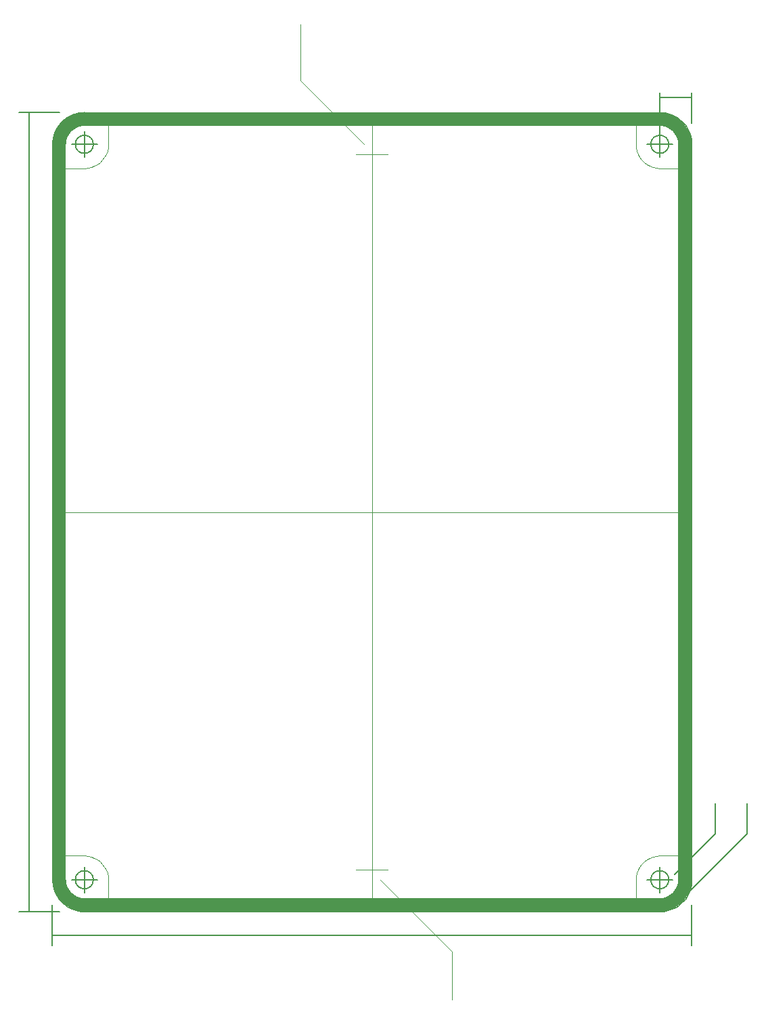
<source format=gbr>
G04 (created by PCBNEW (2013-mar-30)-stable) date Mon 10 Jun 2013 18:39:46 BST*
%MOIN*%
G04 Gerber Fmt 3.4, Leading zero omitted, Abs format*
%FSLAX34Y34*%
G01*
G70*
G90*
G04 APERTURE LIST*
%ADD10C,0*%
%ADD11C,4.72441e-06*%
%ADD12C,0.005*%
%ADD13C,0.0669*%
G04 APERTURE END LIST*
G54D10*
G54D11*
X64389Y-59607D02*
X64389Y-23386D01*
X62815Y-21811D02*
X34468Y-21811D01*
X32893Y-23386D02*
X32893Y-59607D01*
X34468Y-61181D02*
X62815Y-61181D01*
G54D12*
X32893Y-62338D02*
X64389Y-62338D01*
X64389Y-62838D02*
X64389Y-60839D01*
X32893Y-62838D02*
X32893Y-60839D01*
X31736Y-21811D02*
X31736Y-61181D01*
X31236Y-61181D02*
X33236Y-61181D01*
X31236Y-21811D02*
X33236Y-21811D01*
X63547Y-59339D02*
X65546Y-57339D01*
X65546Y-57339D02*
X65546Y-55839D01*
X62815Y-23386D02*
X62815Y-21091D01*
X62815Y-21091D02*
X62815Y-20841D01*
X62815Y-21091D02*
X64389Y-21091D01*
X64389Y-22341D02*
X64389Y-20841D01*
X64334Y-60126D02*
X67121Y-57339D01*
X67121Y-57339D02*
X67121Y-55839D01*
G54D13*
X62815Y-60847D02*
X34468Y-60847D01*
X33228Y-59607D02*
X33228Y-23386D01*
X64055Y-23386D02*
X64055Y-59607D01*
X34468Y-22146D02*
X62815Y-22146D01*
G54D11*
X48641Y-61181D02*
X48641Y-21811D01*
X32893Y-41496D02*
X64389Y-41496D01*
X47854Y-23878D02*
X49429Y-23878D01*
X47854Y-59115D02*
X49429Y-59115D01*
X49035Y-59607D02*
X52578Y-63149D01*
X52578Y-63149D02*
X52578Y-65511D01*
X48248Y-23386D02*
X45098Y-20237D01*
X45098Y-20237D02*
X45098Y-17481D01*
X32893Y-58426D02*
X34468Y-58426D01*
X34468Y-58426D02*
X34636Y-58438D01*
X34636Y-58438D02*
X34801Y-58473D01*
X34801Y-58473D02*
X34959Y-58532D01*
X34959Y-58532D02*
X35107Y-58613D01*
X35107Y-58613D02*
X35242Y-58714D01*
X35242Y-58714D02*
X35361Y-58833D01*
X35361Y-58833D02*
X35462Y-58968D01*
X35462Y-58968D02*
X35543Y-59116D01*
X35543Y-59116D02*
X35601Y-59274D01*
X35601Y-59274D02*
X35637Y-59439D01*
X35637Y-59439D02*
X35649Y-59607D01*
X35649Y-59607D02*
X35649Y-61181D01*
X35649Y-61181D02*
X34468Y-61181D01*
X34468Y-61181D02*
X34263Y-61168D01*
X34263Y-61168D02*
X34061Y-61128D01*
X34061Y-61128D02*
X33866Y-61062D01*
X33866Y-61062D02*
X33681Y-60971D01*
X33681Y-60971D02*
X33510Y-60856D01*
X33510Y-60856D02*
X33355Y-60720D01*
X33355Y-60720D02*
X33219Y-60565D01*
X33219Y-60565D02*
X33104Y-60394D01*
X33104Y-60394D02*
X33013Y-60209D01*
X33013Y-60209D02*
X32947Y-60014D01*
X32947Y-60014D02*
X32907Y-59812D01*
X32907Y-59812D02*
X32893Y-59607D01*
X32893Y-59607D02*
X32893Y-58426D01*
X32893Y-58426D02*
X34468Y-58426D01*
X34468Y-58426D02*
X34636Y-58438D01*
X34636Y-58438D02*
X34801Y-58473D01*
X34801Y-58473D02*
X34959Y-58532D01*
X34959Y-58532D02*
X35107Y-58613D01*
X35107Y-58613D02*
X35242Y-58714D01*
X35242Y-58714D02*
X35361Y-58833D01*
X35361Y-58833D02*
X35462Y-58968D01*
X35462Y-58968D02*
X35543Y-59116D01*
X35543Y-59116D02*
X35601Y-59274D01*
X35601Y-59274D02*
X35637Y-59439D01*
X35637Y-59439D02*
X35649Y-59607D01*
X35649Y-59607D02*
X35649Y-61181D01*
X35649Y-61181D02*
X34468Y-61181D01*
X34468Y-61181D02*
X34263Y-61168D01*
X34263Y-61168D02*
X34061Y-61128D01*
X34061Y-61128D02*
X33866Y-61062D01*
X33866Y-61062D02*
X33681Y-60971D01*
X33681Y-60971D02*
X33510Y-60856D01*
X33510Y-60856D02*
X33355Y-60720D01*
X33355Y-60720D02*
X33219Y-60565D01*
X33219Y-60565D02*
X33104Y-60394D01*
X33104Y-60394D02*
X33013Y-60209D01*
X33013Y-60209D02*
X32947Y-60014D01*
X32947Y-60014D02*
X32907Y-59812D01*
X32907Y-59812D02*
X32893Y-59607D01*
X32893Y-59607D02*
X32893Y-58426D01*
X32893Y-58426D02*
X34468Y-58426D01*
X34468Y-58426D02*
X34636Y-58438D01*
X34636Y-58438D02*
X34801Y-58473D01*
X34801Y-58473D02*
X34959Y-58532D01*
X34959Y-58532D02*
X35107Y-58613D01*
X35107Y-58613D02*
X35242Y-58714D01*
X35242Y-58714D02*
X35361Y-58833D01*
X35361Y-58833D02*
X35462Y-58968D01*
X35462Y-58968D02*
X35543Y-59116D01*
X35543Y-59116D02*
X35601Y-59274D01*
X35601Y-59274D02*
X35637Y-59439D01*
X35637Y-59439D02*
X35649Y-59607D01*
X35649Y-59607D02*
X35649Y-61181D01*
X35649Y-61181D02*
X34468Y-61181D01*
X34468Y-61181D02*
X34263Y-61168D01*
X34263Y-61168D02*
X34061Y-61128D01*
X34061Y-61128D02*
X33866Y-61062D01*
X33866Y-61062D02*
X33681Y-60971D01*
X33681Y-60971D02*
X33510Y-60856D01*
X33510Y-60856D02*
X33355Y-60720D01*
X33355Y-60720D02*
X33219Y-60565D01*
X33219Y-60565D02*
X33104Y-60394D01*
X33104Y-60394D02*
X33013Y-60209D01*
X33013Y-60209D02*
X32947Y-60014D01*
X32947Y-60014D02*
X32907Y-59812D01*
X32907Y-59812D02*
X32893Y-59607D01*
X32893Y-59607D02*
X32893Y-58426D01*
X35649Y-21811D02*
X35649Y-23386D01*
X35649Y-23386D02*
X35637Y-23554D01*
X35637Y-23554D02*
X35601Y-23719D01*
X35601Y-23719D02*
X35543Y-23877D01*
X35543Y-23877D02*
X35462Y-24025D01*
X35462Y-24025D02*
X35361Y-24160D01*
X35361Y-24160D02*
X35242Y-24279D01*
X35242Y-24279D02*
X35107Y-24380D01*
X35107Y-24380D02*
X34959Y-24461D01*
X34959Y-24461D02*
X34801Y-24519D01*
X34801Y-24519D02*
X34636Y-24555D01*
X34636Y-24555D02*
X34468Y-24567D01*
X34468Y-24567D02*
X32893Y-24567D01*
X32893Y-24567D02*
X32893Y-23386D01*
X32893Y-23386D02*
X32907Y-23181D01*
X32907Y-23181D02*
X32947Y-22979D01*
X32947Y-22979D02*
X33013Y-22784D01*
X33013Y-22784D02*
X33104Y-22599D01*
X33104Y-22599D02*
X33219Y-22428D01*
X33219Y-22428D02*
X33355Y-22273D01*
X33355Y-22273D02*
X33510Y-22137D01*
X33510Y-22137D02*
X33681Y-22022D01*
X33681Y-22022D02*
X33866Y-21931D01*
X33866Y-21931D02*
X34061Y-21865D01*
X34061Y-21865D02*
X34263Y-21825D01*
X34263Y-21825D02*
X34468Y-21811D01*
X34468Y-21811D02*
X35649Y-21811D01*
X35649Y-21811D02*
X35649Y-23386D01*
X35649Y-23386D02*
X35637Y-23554D01*
X35637Y-23554D02*
X35601Y-23719D01*
X35601Y-23719D02*
X35543Y-23877D01*
X35543Y-23877D02*
X35462Y-24025D01*
X35462Y-24025D02*
X35361Y-24160D01*
X35361Y-24160D02*
X35242Y-24279D01*
X35242Y-24279D02*
X35107Y-24380D01*
X35107Y-24380D02*
X34959Y-24461D01*
X34959Y-24461D02*
X34801Y-24519D01*
X34801Y-24519D02*
X34636Y-24555D01*
X34636Y-24555D02*
X34468Y-24567D01*
X34468Y-24567D02*
X32893Y-24567D01*
X32893Y-24567D02*
X32893Y-23386D01*
X32893Y-23386D02*
X32907Y-23181D01*
X32907Y-23181D02*
X32947Y-22979D01*
X32947Y-22979D02*
X33013Y-22784D01*
X33013Y-22784D02*
X33104Y-22599D01*
X33104Y-22599D02*
X33219Y-22428D01*
X33219Y-22428D02*
X33355Y-22273D01*
X33355Y-22273D02*
X33510Y-22137D01*
X33510Y-22137D02*
X33681Y-22022D01*
X33681Y-22022D02*
X33866Y-21931D01*
X33866Y-21931D02*
X34061Y-21865D01*
X34061Y-21865D02*
X34263Y-21825D01*
X34263Y-21825D02*
X34468Y-21811D01*
X34468Y-21811D02*
X35649Y-21811D01*
X35649Y-21811D02*
X35649Y-23386D01*
X35649Y-23386D02*
X35637Y-23554D01*
X35637Y-23554D02*
X35601Y-23719D01*
X35601Y-23719D02*
X35543Y-23877D01*
X35543Y-23877D02*
X35462Y-24025D01*
X35462Y-24025D02*
X35361Y-24160D01*
X35361Y-24160D02*
X35242Y-24279D01*
X35242Y-24279D02*
X35107Y-24380D01*
X35107Y-24380D02*
X34959Y-24461D01*
X34959Y-24461D02*
X34801Y-24519D01*
X34801Y-24519D02*
X34636Y-24555D01*
X34636Y-24555D02*
X34468Y-24567D01*
X34468Y-24567D02*
X32893Y-24567D01*
X32893Y-24567D02*
X32893Y-23386D01*
X32893Y-23386D02*
X32907Y-23181D01*
X32907Y-23181D02*
X32947Y-22979D01*
X32947Y-22979D02*
X33013Y-22784D01*
X33013Y-22784D02*
X33104Y-22599D01*
X33104Y-22599D02*
X33219Y-22428D01*
X33219Y-22428D02*
X33355Y-22273D01*
X33355Y-22273D02*
X33510Y-22137D01*
X33510Y-22137D02*
X33681Y-22022D01*
X33681Y-22022D02*
X33866Y-21931D01*
X33866Y-21931D02*
X34061Y-21865D01*
X34061Y-21865D02*
X34263Y-21825D01*
X34263Y-21825D02*
X34468Y-21811D01*
X34468Y-21811D02*
X35649Y-21811D01*
X61634Y-61181D02*
X61634Y-59607D01*
X61634Y-59607D02*
X61646Y-59439D01*
X61646Y-59439D02*
X61681Y-59274D01*
X61681Y-59274D02*
X61740Y-59116D01*
X61740Y-59116D02*
X61821Y-58968D01*
X61821Y-58968D02*
X61922Y-58833D01*
X61922Y-58833D02*
X62041Y-58714D01*
X62041Y-58714D02*
X62176Y-58613D01*
X62176Y-58613D02*
X62324Y-58532D01*
X62324Y-58532D02*
X62482Y-58473D01*
X62482Y-58473D02*
X62647Y-58438D01*
X62647Y-58438D02*
X62815Y-58426D01*
X62815Y-58426D02*
X64389Y-58426D01*
X64389Y-58426D02*
X64389Y-59607D01*
X64389Y-59607D02*
X64376Y-59812D01*
X64376Y-59812D02*
X64336Y-60014D01*
X64336Y-60014D02*
X64270Y-60209D01*
X64270Y-60209D02*
X64179Y-60394D01*
X64179Y-60394D02*
X64064Y-60565D01*
X64064Y-60565D02*
X63928Y-60720D01*
X63928Y-60720D02*
X63773Y-60856D01*
X63773Y-60856D02*
X63602Y-60971D01*
X63602Y-60971D02*
X63417Y-61062D01*
X63417Y-61062D02*
X63222Y-61128D01*
X63222Y-61128D02*
X63020Y-61168D01*
X63020Y-61168D02*
X62815Y-61181D01*
X62815Y-61181D02*
X61634Y-61181D01*
X61634Y-61181D02*
X61634Y-59607D01*
X61634Y-59607D02*
X61646Y-59439D01*
X61646Y-59439D02*
X61681Y-59274D01*
X61681Y-59274D02*
X61740Y-59116D01*
X61740Y-59116D02*
X61821Y-58968D01*
X61821Y-58968D02*
X61922Y-58833D01*
X61922Y-58833D02*
X62041Y-58714D01*
X62041Y-58714D02*
X62176Y-58613D01*
X62176Y-58613D02*
X62324Y-58532D01*
X62324Y-58532D02*
X62482Y-58473D01*
X62482Y-58473D02*
X62647Y-58438D01*
X62647Y-58438D02*
X62815Y-58426D01*
X62815Y-58426D02*
X64389Y-58426D01*
X64389Y-58426D02*
X64389Y-59607D01*
X64389Y-59607D02*
X64376Y-59812D01*
X64376Y-59812D02*
X64336Y-60014D01*
X64336Y-60014D02*
X64270Y-60209D01*
X64270Y-60209D02*
X64179Y-60394D01*
X64179Y-60394D02*
X64064Y-60565D01*
X64064Y-60565D02*
X63928Y-60720D01*
X63928Y-60720D02*
X63773Y-60856D01*
X63773Y-60856D02*
X63602Y-60971D01*
X63602Y-60971D02*
X63417Y-61062D01*
X63417Y-61062D02*
X63222Y-61128D01*
X63222Y-61128D02*
X63020Y-61168D01*
X63020Y-61168D02*
X62815Y-61181D01*
X62815Y-61181D02*
X61634Y-61181D01*
X61634Y-61181D02*
X61634Y-59607D01*
X61634Y-59607D02*
X61646Y-59439D01*
X61646Y-59439D02*
X61681Y-59274D01*
X61681Y-59274D02*
X61740Y-59116D01*
X61740Y-59116D02*
X61821Y-58968D01*
X61821Y-58968D02*
X61922Y-58833D01*
X61922Y-58833D02*
X62041Y-58714D01*
X62041Y-58714D02*
X62176Y-58613D01*
X62176Y-58613D02*
X62324Y-58532D01*
X62324Y-58532D02*
X62482Y-58473D01*
X62482Y-58473D02*
X62647Y-58438D01*
X62647Y-58438D02*
X62815Y-58426D01*
X62815Y-58426D02*
X64389Y-58426D01*
X64389Y-58426D02*
X64389Y-59607D01*
X64389Y-59607D02*
X64376Y-59812D01*
X64376Y-59812D02*
X64336Y-60014D01*
X64336Y-60014D02*
X64270Y-60209D01*
X64270Y-60209D02*
X64179Y-60394D01*
X64179Y-60394D02*
X64064Y-60565D01*
X64064Y-60565D02*
X63928Y-60720D01*
X63928Y-60720D02*
X63773Y-60856D01*
X63773Y-60856D02*
X63602Y-60971D01*
X63602Y-60971D02*
X63417Y-61062D01*
X63417Y-61062D02*
X63222Y-61128D01*
X63222Y-61128D02*
X63020Y-61168D01*
X63020Y-61168D02*
X62815Y-61181D01*
X62815Y-61181D02*
X61634Y-61181D01*
X64389Y-24567D02*
X62815Y-24567D01*
X62815Y-24567D02*
X62647Y-24555D01*
X62647Y-24555D02*
X62482Y-24519D01*
X62482Y-24519D02*
X62324Y-24461D01*
X62324Y-24461D02*
X62176Y-24380D01*
X62176Y-24380D02*
X62041Y-24279D01*
X62041Y-24279D02*
X61922Y-24160D01*
X61922Y-24160D02*
X61821Y-24025D01*
X61821Y-24025D02*
X61740Y-23877D01*
X61740Y-23877D02*
X61681Y-23719D01*
X61681Y-23719D02*
X61646Y-23554D01*
X61646Y-23554D02*
X61634Y-23386D01*
X61634Y-23386D02*
X61634Y-21811D01*
X61634Y-21811D02*
X62815Y-21811D01*
X62815Y-21811D02*
X63020Y-21825D01*
X63020Y-21825D02*
X63222Y-21865D01*
X63222Y-21865D02*
X63417Y-21931D01*
X63417Y-21931D02*
X63602Y-22022D01*
X63602Y-22022D02*
X63773Y-22137D01*
X63773Y-22137D02*
X63928Y-22273D01*
X63928Y-22273D02*
X64064Y-22428D01*
X64064Y-22428D02*
X64179Y-22599D01*
X64179Y-22599D02*
X64270Y-22784D01*
X64270Y-22784D02*
X64336Y-22979D01*
X64336Y-22979D02*
X64376Y-23181D01*
X64376Y-23181D02*
X64389Y-23386D01*
X64389Y-23386D02*
X64389Y-24567D01*
X64389Y-24567D02*
X62815Y-24567D01*
X62815Y-24567D02*
X62647Y-24555D01*
X62647Y-24555D02*
X62482Y-24519D01*
X62482Y-24519D02*
X62324Y-24461D01*
X62324Y-24461D02*
X62176Y-24380D01*
X62176Y-24380D02*
X62041Y-24279D01*
X62041Y-24279D02*
X61922Y-24160D01*
X61922Y-24160D02*
X61821Y-24025D01*
X61821Y-24025D02*
X61740Y-23877D01*
X61740Y-23877D02*
X61681Y-23719D01*
X61681Y-23719D02*
X61646Y-23554D01*
X61646Y-23554D02*
X61634Y-23386D01*
X61634Y-23386D02*
X61634Y-21811D01*
X61634Y-21811D02*
X62815Y-21811D01*
X62815Y-21811D02*
X63020Y-21825D01*
X63020Y-21825D02*
X63222Y-21865D01*
X63222Y-21865D02*
X63417Y-21931D01*
X63417Y-21931D02*
X63602Y-22022D01*
X63602Y-22022D02*
X63773Y-22137D01*
X63773Y-22137D02*
X63928Y-22273D01*
X63928Y-22273D02*
X64064Y-22428D01*
X64064Y-22428D02*
X64179Y-22599D01*
X64179Y-22599D02*
X64270Y-22784D01*
X64270Y-22784D02*
X64336Y-22979D01*
X64336Y-22979D02*
X64376Y-23181D01*
X64376Y-23181D02*
X64389Y-23386D01*
X64389Y-23386D02*
X64389Y-24567D01*
X64389Y-24567D02*
X62815Y-24567D01*
X62815Y-24567D02*
X62647Y-24555D01*
X62647Y-24555D02*
X62482Y-24519D01*
X62482Y-24519D02*
X62324Y-24461D01*
X62324Y-24461D02*
X62176Y-24380D01*
X62176Y-24380D02*
X62041Y-24279D01*
X62041Y-24279D02*
X61922Y-24160D01*
X61922Y-24160D02*
X61821Y-24025D01*
X61821Y-24025D02*
X61740Y-23877D01*
X61740Y-23877D02*
X61681Y-23719D01*
X61681Y-23719D02*
X61646Y-23554D01*
X61646Y-23554D02*
X61634Y-23386D01*
X61634Y-23386D02*
X61634Y-21811D01*
X61634Y-21811D02*
X62815Y-21811D01*
X62815Y-21811D02*
X63020Y-21825D01*
X63020Y-21825D02*
X63222Y-21865D01*
X63222Y-21865D02*
X63417Y-21931D01*
X63417Y-21931D02*
X63602Y-22022D01*
X63602Y-22022D02*
X63773Y-22137D01*
X63773Y-22137D02*
X63928Y-22273D01*
X63928Y-22273D02*
X64064Y-22428D01*
X64064Y-22428D02*
X64179Y-22599D01*
X64179Y-22599D02*
X64270Y-22784D01*
X64270Y-22784D02*
X64336Y-22979D01*
X64336Y-22979D02*
X64376Y-23181D01*
X64376Y-23181D02*
X64389Y-23386D01*
X64389Y-23386D02*
X64389Y-24567D01*
G54D12*
X63259Y-59607D02*
G75*
G03X63259Y-59607I-444J0D01*
G74*
G01*
X62815Y-60237D02*
X62815Y-58977D01*
X63445Y-59607D02*
X62185Y-59607D01*
X63259Y-23386D02*
G75*
G03X63259Y-23386I-444J0D01*
G74*
G01*
X62815Y-24016D02*
X62815Y-22756D01*
X63445Y-23386D02*
X62185Y-23386D01*
X34912Y-23386D02*
G75*
G03X34912Y-23386I-444J0D01*
G74*
G01*
X34468Y-24016D02*
X34468Y-22756D01*
X35098Y-23386D02*
X33838Y-23386D01*
X34912Y-59607D02*
G75*
G03X34912Y-59607I-444J0D01*
G74*
G01*
X34468Y-60237D02*
X34468Y-58977D01*
X35098Y-59607D02*
X33838Y-59607D01*
G54D11*
X62815Y-61181D02*
G75*
G03X64389Y-59607I0J1574D01*
G74*
G01*
X32894Y-59607D02*
G75*
G03X34468Y-61181I1574J0D01*
G74*
G01*
X34468Y-21811D02*
G75*
G03X32893Y-23386I0J-1575D01*
G74*
G01*
X64390Y-23386D02*
G75*
G03X62815Y-21811I-1575J0D01*
G74*
G01*
G54D13*
X33228Y-59607D02*
G75*
G03X34468Y-60847I1240J0D01*
G74*
G01*
X34468Y-22146D02*
G75*
G03X33228Y-23386I0J-1240D01*
G74*
G01*
X64055Y-23386D02*
G75*
G03X62815Y-22146I-1240J0D01*
G74*
G01*
X62815Y-60847D02*
G75*
G03X64055Y-59607I0J1240D01*
G74*
G01*
X34468Y-22146D02*
G75*
G03X33228Y-23386I0J-1240D01*
G74*
G01*
X64055Y-23386D02*
G75*
G03X62815Y-22146I-1240J0D01*
G74*
G01*
M02*

</source>
